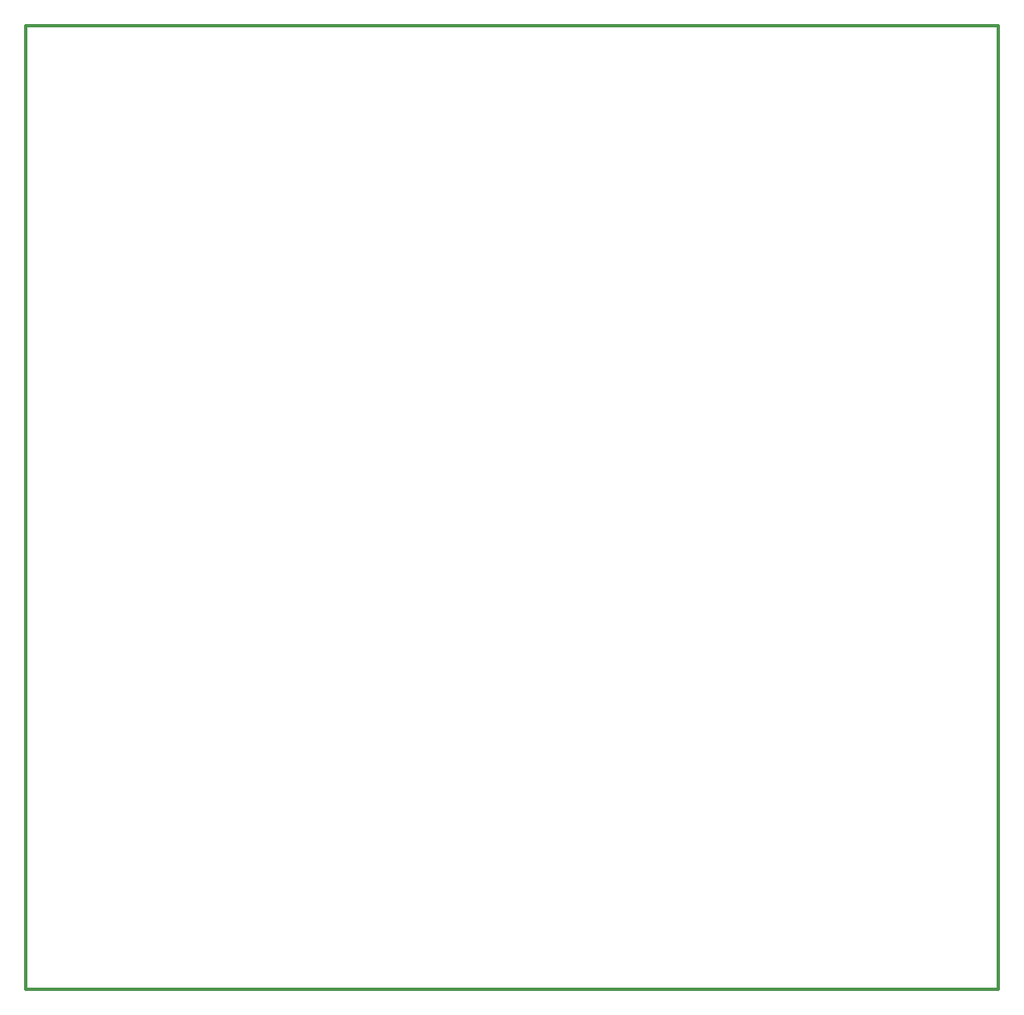
<source format=gko>
G04*
G04 #@! TF.GenerationSoftware,Altium Limited,Altium Designer,23.0.1 (38)*
G04*
G04 Layer_Color=16711935*
%FSLAX44Y44*%
%MOMM*%
G71*
G04*
G04 #@! TF.SameCoordinates,40E8D280-AE9E-4637-9913-6930DAB067FB*
G04*
G04*
G04 #@! TF.FilePolarity,Positive*
G04*
G01*
G75*
%ADD13C,0.3000*%
D13*
X-2540Y3810D02*
Y988060D01*
X989330D01*
Y3810D02*
Y988060D01*
X-2540Y3810D02*
X989330D01*
M02*

</source>
